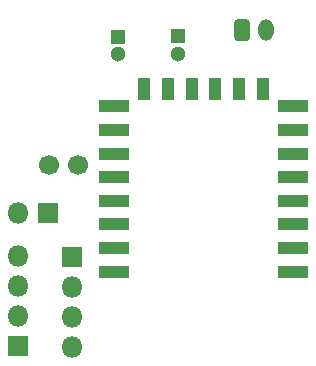
<source format=gbr>
%TF.GenerationSoftware,KiCad,Pcbnew,(5.1.6-0-10_14)*%
%TF.CreationDate,2020-10-28T22:54:17-04:00*%
%TF.ProjectId,weather_external,77656174-6865-4725-9f65-787465726e61,rev?*%
%TF.SameCoordinates,Original*%
%TF.FileFunction,Soldermask,Top*%
%TF.FilePolarity,Negative*%
%FSLAX46Y46*%
G04 Gerber Fmt 4.6, Leading zero omitted, Abs format (unit mm)*
G04 Created by KiCad (PCBNEW (5.1.6-0-10_14)) date 2020-10-28 22:54:17*
%MOMM*%
%LPD*%
G01*
G04 APERTURE LIST*
%ADD10O,1.800000X1.800000*%
%ADD11R,1.800000X1.800000*%
%ADD12C,1.700000*%
%ADD13R,2.600000X1.100000*%
%ADD14R,1.100000X1.900000*%
%ADD15C,1.300000*%
%ADD16R,1.300000X1.300000*%
%ADD17O,1.300000X1.850000*%
G04 APERTURE END LIST*
D10*
%TO.C,FTDI1*%
X-1425000Y-86630000D03*
X-1425000Y-89170000D03*
X-1425000Y-91710000D03*
D11*
X-1425000Y-94250000D03*
%TD*%
D12*
%TO.C,C3*%
X1150000Y-78875000D03*
X3650000Y-78875000D03*
%TD*%
D10*
%TO.C,I2C1*%
X3150000Y-94270000D03*
X3150000Y-91730000D03*
X3150000Y-89190000D03*
D11*
X3150000Y-86650000D03*
%TD*%
D10*
%TO.C,J1*%
X-1440000Y-82925000D03*
D11*
X1100000Y-82925000D03*
%TD*%
D13*
%TO.C,ESP8266-12E1*%
X6650000Y-87925000D03*
X6650000Y-85925000D03*
X6650000Y-83925000D03*
X6650000Y-81925000D03*
X6650000Y-79925000D03*
X6650000Y-77925000D03*
X6650000Y-75925000D03*
X6650000Y-73925000D03*
D14*
X9250000Y-72425000D03*
X11250000Y-72425000D03*
X13250000Y-72425000D03*
X15250000Y-72425000D03*
X17250000Y-72425000D03*
X19250000Y-72425000D03*
D13*
X21850000Y-73925000D03*
X21850000Y-75925000D03*
X21850000Y-77925000D03*
X21850000Y-79925000D03*
X21850000Y-81925000D03*
X21850000Y-83925000D03*
X21850000Y-85925000D03*
X21850000Y-87925000D03*
%TD*%
D15*
%TO.C,C2*%
X7000000Y-69525000D03*
D16*
X7000000Y-68025000D03*
%TD*%
D17*
%TO.C,J2*%
X19525000Y-67475000D03*
G36*
G01*
X16875000Y-68129168D02*
X16875000Y-66820832D01*
G75*
G02*
X17145832Y-66550000I270832J0D01*
G01*
X17904168Y-66550000D01*
G75*
G02*
X18175000Y-66820832I0J-270832D01*
G01*
X18175000Y-68129168D01*
G75*
G02*
X17904168Y-68400000I-270832J0D01*
G01*
X17145832Y-68400000D01*
G75*
G02*
X16875000Y-68129168I0J270832D01*
G01*
G37*
%TD*%
D15*
%TO.C,C1*%
X12100000Y-69475000D03*
D16*
X12100000Y-67975000D03*
%TD*%
M02*

</source>
